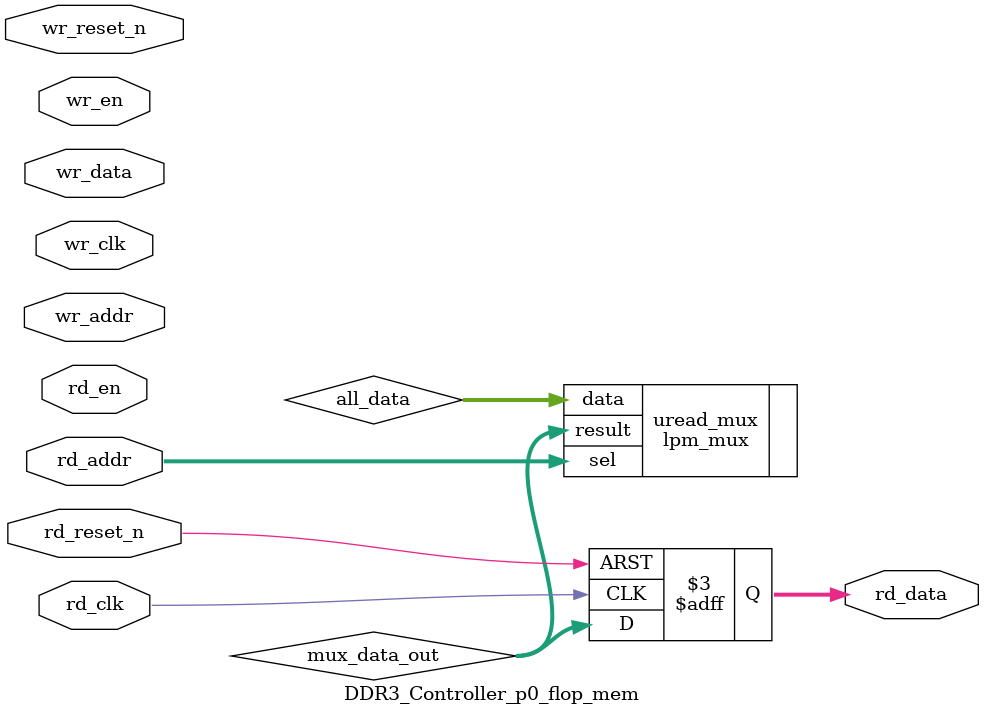
<source format=v>



`timescale 1 ps / 1 ps

(* altera_attribute = "-name ALLOW_SYNCH_CTRL_USAGE ON;-name AUTO_CLOCK_ENABLE_RECOGNITION ON" *)
module DDR3_Controller_p0_flop_mem(
	wr_reset_n,
	wr_clk,
	wr_en,
	wr_addr,
	wr_data,
	rd_reset_n,
	rd_clk,
	rd_en,
	rd_addr,
	rd_data
);

parameter WRITE_MEM_DEPTH	= "";
parameter WRITE_ADDR_WIDTH	= "";
parameter WRITE_DATA_WIDTH	= "";
parameter READ_MEM_DEPTH	= "";
parameter READ_ADDR_WIDTH	= "";		 
parameter READ_DATA_WIDTH	= "";


input	wr_reset_n;
input	wr_clk;
input	wr_en;
input	[WRITE_ADDR_WIDTH-1:0] wr_addr;
input	[WRITE_DATA_WIDTH-1:0] wr_data;
input	rd_reset_n;
input	rd_clk;
input	rd_en;
input	[READ_ADDR_WIDTH-1:0] rd_addr;
output	[READ_DATA_WIDTH-1:0] rd_data;



wire	[WRITE_DATA_WIDTH*WRITE_MEM_DEPTH-1:0] all_data;
wire	[READ_DATA_WIDTH-1:0] mux_data_out;



// declare a memory with WRITE_MEM_DEPTH entries
// each entry contains a data size of WRITE_DATA_WIDTH
reg	[WRITE_DATA_WIDTH-1:0] data_stored [0:WRITE_MEM_DEPTH-1] /* synthesis syn_preserve = 1 */;
reg	[READ_DATA_WIDTH-1:0] rd_data;

generate
genvar entry;
	for (entry=0; entry < WRITE_MEM_DEPTH; entry=entry+1)
	begin: mem_location
		assign all_data[(WRITE_DATA_WIDTH*(entry+1)-1) : (WRITE_DATA_WIDTH*entry)] = data_stored[entry]; 
		
		always @(posedge wr_clk or negedge wr_reset_n)
		begin
			if (~wr_reset_n) begin
				data_stored[entry] <= {WRITE_DATA_WIDTH{1'b0}};
			end else begin
				if (wr_en) begin
					if (entry == wr_addr) begin
						data_stored[entry] <= wr_data;
					end
				end
			end
		end		
	end
endgenerate

// mux to select the correct output data based on read address
lpm_mux	uread_mux(
	.sel (rd_addr),
	.data (all_data),
	.result (mux_data_out)
	// synopsys translate_off
	,
	.aclr (),
	.clken (),
	.clock ()
	// synopsys translate_on
	);
 defparam uread_mux.lpm_size = READ_MEM_DEPTH;
 defparam uread_mux.lpm_type = "LPM_MUX";
 defparam uread_mux.lpm_width = READ_DATA_WIDTH;
 defparam uread_mux.lpm_widths = READ_ADDR_WIDTH;

always @(posedge rd_clk or negedge rd_reset_n)	
begin
	if (~rd_reset_n) begin
		rd_data <= {READ_DATA_WIDTH{1'b0}};
	end else begin
		rd_data <= mux_data_out;
	end
end

endmodule

</source>
